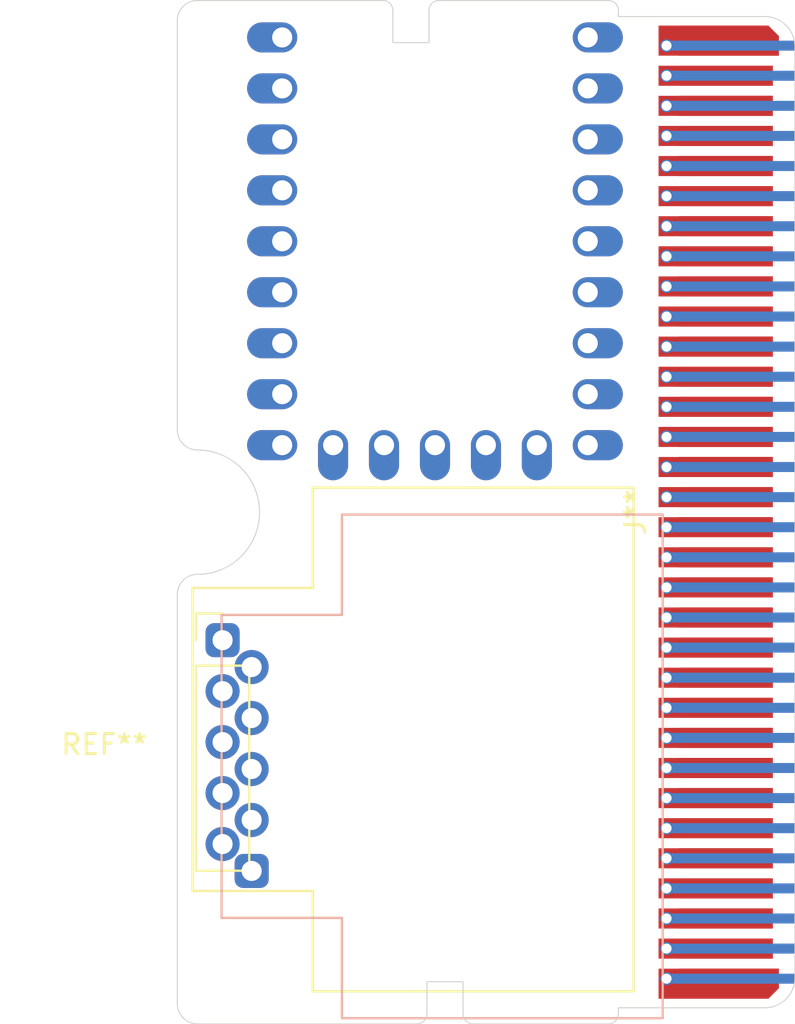
<source format=kicad_pcb>
(kicad_pcb (version 20240108) (generator "pcbnew") (generator_version "8.0")
  (layers (0 "F.Cu" signal) (31 "B.Cu" signal) (34 "B.Paste" user) (35 "F.Paste" user) (36 "B.SilkS" user "B.Silkscreen") (37 "F.SilkS" user "F.Silkscreen") (38 "B.Mask" user) (39 "F.Mask" user) (44 "Edge.Cuts" user))
  (net 0 "")
  (footprint "Kicad-Footprints:pimoroni_trackball_reversible" (layer "F.Cu") (at 169.9075 95.88)
    (property "Reference" "REF**" (at -5.9 5.2 0) (layer "F.SilkS"))
    (property "Value" "pimoroni_trackball_reversible")
    (fp_line (start -0.05 -1.26) (end -0.05 13.84) (stroke (width 0.12)) (layer "B.SilkS"))
    (fp_line (start -0.05 -1.26) (end 5.95 -1.26) (stroke (width 0.12)) (layer "B.SilkS"))
    (fp_line (start -0.05 13.84) (end 5.95 13.84) (stroke (width 0.12)) (layer "B.SilkS"))
    (fp_line (start 5.95 -6.26) (end 21.95 -6.26) (stroke (width 0.12)) (layer "B.SilkS"))
    (fp_line (start 5.95 -1.26) (end 5.95 -6.26) (stroke (width 0.12)) (layer "B.SilkS"))
    (fp_line (start 5.95 13.84) (end 5.95 18.84) (stroke (width 0.12)) (layer "B.SilkS"))
    (fp_line (start 5.95 18.84) (end 21.95 18.84) (stroke (width 0.12)) (layer "B.SilkS"))
    (fp_line (start 21.95 18.84) (end 21.95 -6.26) (stroke (width 0.12)) (layer "B.SilkS"))
    (fp_line (start -1.5 -2.6) (end -1.5 12.5) (stroke (width 0.12)) (layer "F.SilkS"))
    (fp_line (start -1.5 -2.6) (end 4.5 -2.6) (stroke (width 0.12)) (layer "F.SilkS"))
    (fp_line (start -1.5 12.5) (end 4.5 12.5) (stroke (width 0.12)) (layer "F.SilkS"))
    (fp_line (start -1.33 -1.33) (end 0 -1.33) (stroke (width 0.12)) (layer "F.SilkS"))
    (fp_line (start -1.33 0) (end -1.33 -1.33) (stroke (width 0.12)) (layer "F.SilkS"))
    (fp_line (start -1.33 1.27) (end -1.33 11.49) (stroke (width 0.12)) (layer "F.SilkS"))
    (fp_line (start -1.33 1.27) (end 1.33 1.27) (stroke (width 0.12)) (layer "F.SilkS"))
    (fp_line (start -1.33 11.49) (end 1.33 11.49) (stroke (width 0.12)) (layer "F.SilkS"))
    (fp_line (start 1.33 1.27) (end 1.33 11.49) (stroke (width 0.12)) (layer "F.SilkS"))
    (fp_line (start 4.5 -7.6) (end 20.5 -7.6) (stroke (width 0.12)) (layer "F.SilkS"))
    (fp_line (start 4.5 -2.6) (end 4.5 -7.6) (stroke (width 0.12)) (layer "F.SilkS"))
    (fp_line (start 4.5 12.5) (end 4.5 17.5) (stroke (width 0.12)) (layer "F.SilkS"))
    (fp_line (start 4.5 17.5) (end 20.5 17.5) (stroke (width 0.12)) (layer "F.SilkS"))
    (fp_line (start 20.5 17.5) (end 20.5 -7.6) (stroke (width 0.12)) (layer "F.SilkS"))
    (pad "1" thru_hole roundrect (at 0 0) (size 1.7 1.7) (drill 1) (layers "*.Cu" "*.Mask"))
    (pad "1" thru_hole roundrect (at 1.45 11.5) (size 1.7 1.7) (drill 1) (layers "*.Cu" "*.Mask"))
    (pad "2" thru_hole oval (at 0 2.54) (size 1.7 1.7) (drill 1) (layers "*.Cu" "*.Mask"))
    (pad "2" thru_hole oval (at 1.45 8.96) (size 1.7 1.7) (drill 1) (layers "*.Cu" "*.Mask"))
    (pad "3" thru_hole oval (at 0 5.08) (size 1.7 1.7) (drill 1) (layers "*.Cu" "*.Mask"))
    (pad "3" thru_hole oval (at 1.45 6.42) (size 1.7 1.7) (drill 1) (layers "*.Cu" "*.Mask"))
    (pad "4" thru_hole oval (at 0 7.62) (size 1.7 1.7) (drill 1) (layers "*.Cu" "*.Mask"))
    (pad "4" thru_hole oval (at 1.45 3.88) (size 1.7 1.7) (drill 1) (layers "*.Cu" "*.Mask"))
    (pad "5" thru_hole oval (at 0 10.16) (size 1.7 1.7) (drill 1) (layers "*.Cu" "*.Mask"))
    (pad "5" thru_hole oval (at 1.45 1.34) (size 1.7 1.7) (drill 1) (layers "*.Cu" "*.Mask"))
  )
  (footprint "ScottoKeebs_MCU:RP2040_Zero" (layer "F.Cu") (at 180.5 76)
    (property "Reference" "U?" (hide yes))
    (property "Value" "RP2040_Zero" (hide yes))
    (pad "1" thru_hole oval (at 7.62 -10.16 180) (size 2.5 1.5) (drill 1 (offset -0.5 0)) (layers "*.Cu" "*.Mask"))
    (pad "2" thru_hole oval (at 7.62 -7.62 180) (size 2.5 1.5) (drill 1 (offset -0.5 0)) (layers "*.Cu" "*.Mask"))
    (pad "3" thru_hole oval (at 7.62 -5.08 180) (size 2.5 1.5) (drill 1 (offset -0.5 0)) (layers "*.Cu" "*.Mask"))
    (pad "4" thru_hole oval (at 7.62 -2.54 180) (size 2.5 1.5) (drill 1 (offset -0.5 0)) (layers "*.Cu" "*.Mask"))
    (pad "5" thru_hole oval (at 7.62 0 180) (size 2.5 1.5) (drill 1 (offset -0.5 0)) (layers "*.Cu" "*.Mask"))
    (pad "6" thru_hole oval (at 7.62 2.54 180) (size 2.5 1.5) (drill 1 (offset -0.5 0)) (layers "*.Cu" "*.Mask"))
    (pad "7" thru_hole oval (at 7.62 5.08 180) (size 2.5 1.5) (drill 1 (offset -0.5 0)) (layers "*.Cu" "*.Mask"))
    (pad "8" thru_hole oval (at 7.62 7.62 180) (size 2.5 1.5) (drill 1 (offset -0.5 0)) (layers "*.Cu" "*.Mask"))
    (pad "9" thru_hole oval (at 7.62 10.16 180) (size 2.5 1.5) (drill 1 (offset -0.5 0)) (layers "*.Cu" "*.Mask"))
    (pad "10" thru_hole oval (at 5.08 10.16 90) (size 2.5 1.5) (drill 1 (offset -0.5 0)) (layers "*.Cu" "*.Mask"))
    (pad "11" thru_hole oval (at 2.54 10.16 90) (size 2.5 1.5) (drill 1 (offset -0.5 0)) (layers "*.Cu" "*.Mask"))
    (pad "12" thru_hole oval (at 0 10.16 90) (size 2.5 1.5) (drill 1 (offset -0.5 0)) (layers "*.Cu" "*.Mask"))
    (pad "13" thru_hole oval (at -2.54 10.16 90) (size 2.5 1.5) (drill 1 (offset -0.5 0)) (layers "*.Cu" "*.Mask"))
    (pad "14" thru_hole oval (at -5.08 10.16 90) (size 2.5 1.5) (drill 1 (offset -0.5 0)) (layers "*.Cu" "*.Mask"))
    (pad "15" thru_hole oval (at -7.62 10.16) (size 2.5 1.5) (drill 1 (offset -0.5 0)) (layers "*.Cu" "*.Mask"))
    (pad "16" thru_hole oval (at -7.62 7.62) (size 2.5 1.5) (drill 1 (offset -0.5 0)) (layers "*.Cu" "*.Mask"))
    (pad "17" thru_hole oval (at -7.62 5.08) (size 2.5 1.5) (drill 1 (offset -0.5 0)) (layers "*.Cu" "*.Mask"))
    (pad "18" thru_hole oval (at -7.62 2.54) (size 2.5 1.5) (drill 1 (offset -0.5 0)) (layers "*.Cu" "*.Mask"))
    (pad "19" thru_hole oval (at -7.62 0) (size 2.5 1.5) (drill 1 (offset -0.5 0)) (layers "*.Cu" "*.Mask"))
    (pad "20" thru_hole oval (at -7.62 -2.54) (size 2.5 1.5) (drill 1 (offset -0.5 0)) (layers "*.Cu" "*.Mask"))
    (pad "21" thru_hole oval (at -7.62 -5.08) (size 2.5 1.5) (drill 1 (offset -0.5 0)) (layers "*.Cu" "*.Mask"))
    (pad "22" thru_hole oval (at -7.62 -7.62) (size 2.5 1.5) (drill 1 (offset -0.5 0)) (layers "*.Cu" "*.Mask"))
    (pad "23" thru_hole oval (at -7.62 -10.16) (size 2.5 1.5) (drill 1 (offset -0.5 0)) (layers "*.Cu" "*.Mask"))
  )
  (footprint "HDR_Gameboy_Cartridges:AGB_Cartridge" (layer "F.Cu") (at 194.5 89.5 90)
    (property "Reference" "J**" (at 0 -4 90) (layer "F.SilkS"))
    (property "Value" "CartBus")
    (fp_line (start 4.1 -26.8504) (end 24.5 -26.8504) (stroke (width 0.05)) (layer "Edge.Cuts"))
    (fp_line (start -24.5 -26.8504) (end -4.1 -26.8504) (stroke (width 0.05)) (layer "Edge.Cuts"))
    (fp_line (start 25.5 -16.6004) (end 25.5 -25.8504) (stroke (width 0.05)) (layer "Edge.Cuts"))
    (fp_line (start 23.4 -16.1004) (end 25 -16.1004) (stroke (width 0.05)) (layer "Edge.Cuts"))
    (fp_line (start -25.5 -14.9004) (end -25.5 -25.8504) (stroke (width 0.05)) (layer "Edge.Cuts"))
    (fp_line (start -23.4 -14.4004) (end -25 -14.4004) (stroke (width 0.05)) (layer "Edge.Cuts"))
    (fp_line (start -23.4 -14.4004) (end -23.4 -12.6004) (stroke (width 0.05)) (layer "Edge.Cuts"))
    (fp_line (start 23.4 -14.3004) (end 23.4 -16.1004) (stroke (width 0.05)) (layer "Edge.Cuts"))
    (fp_line (start 23.4 -14.3004) (end 25 -14.3004) (stroke (width 0.05)) (layer "Edge.Cuts"))
    (fp_line (start -23.4 -12.6004) (end -25 -12.6004) (stroke (width 0.05)) (layer "Edge.Cuts"))
    (fp_line (start 25.5 -5.3504) (end 25.5 -13.8004) (stroke (width 0.05)) (layer "Edge.Cuts"))
    (fp_line (start -25.5 -5.3504) (end -25.5 -12.1004) (stroke (width 0.05)) (layer "Edge.Cuts"))
    (fp_line (start 25 -4.8504) (end 24.7 -4.8504) (stroke (width 0.05)) (layer "Edge.Cuts"))
    (fp_line (start -24.7 -4.8504) (end -25 -4.8504) (stroke (width 0.05)) (layer "Edge.Cuts"))
    (fp_line (start 24.7 2.4496) (end 24.7 -4.8504) (stroke (width 0.05)) (layer "Edge.Cuts"))
    (fp_line (start -24.7 2.4496) (end -24.7 -4.8504) (stroke (width 0.05)) (layer "Edge.Cuts"))
    (fp_line (start -23.2 3.9496) (end 23.2 3.9496) (stroke (width 0.05)) (layer "Edge.Cuts"))
    (fp_arc (start 24.5 -26.8504) (mid 25.207107 -26.557507) (end 25.5 -25.8504) (stroke (width 0.05)) (layer "Edge.Cuts"))
    (fp_arc (start -4.1 -26.8504) (mid -3.392875 -26.557525) (end -3.1 -25.8504) (stroke (width 0.05)) (layer "Edge.Cuts"))
    (fp_arc (start 3.1 -25.8504) (mid 3.392908 -26.557492) (end 4.1 -26.8504) (stroke (width 0.05)) (layer "Edge.Cuts"))
    (fp_arc (start 3.1 -25.8504) (mid 0 -22.7504) (end -3.1 -25.8504) (stroke (width 0.05)) (layer "Edge.Cuts"))
    (fp_arc (start -25.5 -25.8504) (mid -25.207091 -26.557491) (end -24.5 -26.8504) (stroke (width 0.05)) (layer "Edge.Cuts"))
    (fp_arc (start 25.5 -16.6004) (mid 25.353641 -16.246759) (end 25 -16.1004) (stroke (width 0.05)) (layer "Edge.Cuts"))
    (fp_arc (start -25 -14.4004) (mid -25.353535 -14.546865) (end -25.5 -14.9004) (stroke (width 0.05)) (layer "Edge.Cuts"))
    (fp_arc (start 25 -14.3004) (mid 25.353553 -14.153953) (end 25.5 -13.8004) (stroke (width 0.05)) (layer "Edge.Cuts"))
    (fp_arc (start -25.5 -12.1004) (mid -25.353538 -12.453938) (end -25 -12.6004) (stroke (width 0.05)) (layer "Edge.Cuts"))
    (fp_arc (start 25.5 -5.3504) (mid 25.353641 -4.996759) (end 25 -4.8504) (stroke (width 0.05)) (layer "Edge.Cuts"))
    (fp_arc (start -25 -4.8504) (mid -25.353535 -4.996865) (end -25.5 -5.3504) (stroke (width 0.05)) (layer "Edge.Cuts"))
    (fp_arc (start 24.7 2.4496) (mid 24.260675 3.510275) (end 23.2 3.9496) (stroke (width 0.05)) (layer "Edge.Cuts"))
    (fp_arc (start -23.2 3.9496) (mid -24.260642 3.510242) (end -24.7 2.4496) (stroke (width 0.05)) (layer "Edge.Cuts"))
    (pad "1" smd roundrect (at -23.5 0.15 90) (size 1.5 6) (layers "F.Cu" "F.Paste") (roundrect_rratio 0) (chamfer_ratio 0.35) (chamfer bottom_left))
    (pad "1" smd roundrect (at -23.5 0.65 90) (size 1.5 5) (layers "F.Cu" "F.Mask") (roundrect_rratio 0) (chamfer_ratio 0.35) (chamfer bottom_left))
    (pad "1" thru_hole circle (at -23.25 -2.45 270) (size 0.55 0.55) (drill 0.5) (layers "*.Cu" "*.Mask"))
    (pad "1" smd circle (at -23.25 -2.45 90) (size 0.64 0.64) (layers "B.Cu" "B.Paste"))
    (pad "1" smd rect (at -23.25 0.7548 90) (size 0.5 6.3996) (layers "B.Cu" "B.Paste"))
    (pad "1" smd rect (at -21.75 0.5 270) (size 1 4.7) (layers "F.Cu" "F.Mask"))
    (pad "2" thru_hole circle (at -21.75 -2.45 270) (size 0.55 0.55) (drill 0.5) (layers "*.Cu" "*.Mask"))
    (pad "2" smd circle (at -21.75 -2.45 90) (size 0.64 0.64) (layers "B.Cu" "B.Paste"))
    (pad "2" smd rect (at -21.75 0 270) (size 1 5.7) (layers "F.Cu" "F.Paste"))
    (pad "2" smd rect (at -21.75 0.7548 90) (size 0.5 6.3996) (layers "B.Cu" "B.Paste"))
    (pad "3" thru_hole circle (at -20.25 -2.45 270) (size 0.55 0.55) (drill 0.5) (layers "*.Cu" "*.Mask"))
    (pad "3" smd circle (at -20.25 -2.45 90) (size 0.64 0.64) (layers "B.Cu" "B.Paste"))
    (pad "3" smd rect (at -20.25 0 270) (size 1 5.7) (layers "F.Cu" "F.Paste"))
    (pad "3" smd rect (at -20.25 0.5 270) (size 1 4.7) (layers "F.Cu" "F.Mask"))
    (pad "3" smd rect (at -20.25 0.7548 90) (size 0.5 6.3996) (layers "B.Cu" "B.Paste"))
    (pad "4" thru_hole circle (at -18.75 -2.45 270) (size 0.55 0.55) (drill 0.5) (layers "*.Cu" "*.Mask"))
    (pad "4" smd circle (at -18.75 -2.45 90) (size 0.64 0.64) (layers "B.Cu" "B.Paste"))
    (pad "4" smd rect (at -18.75 0 270) (size 1 5.7) (layers "F.Cu" "F.Paste"))
    (pad "4" smd rect (at -18.75 0.5 270) (size 1 4.7) (layers "F.Cu" "F.Mask"))
    (pad "4" smd rect (at -18.75 0.7548 90) (size 0.5 6.3996) (layers "B.Cu" "B.Paste"))
    (pad "5" thru_hole circle (at -17.25 -2.45 270) (size 0.55 0.55) (drill 0.5) (layers "*.Cu" "*.Mask"))
    (pad "5" smd circle (at -17.25 -2.45 90) (size 0.64 0.64) (layers "B.Cu" "B.Paste"))
    (pad "5" smd rect (at -17.25 0 270) (size 1 5.7) (layers "F.Cu" "F.Paste"))
    (pad "5" smd rect (at -17.25 0.5 270) (size 1 4.7) (layers "F.Cu" "F.Mask"))
    (pad "5" smd rect (at -17.25 0.7548 90) (size 0.5 6.3996) (layers "B.Cu" "B.Paste"))
    (pad "6" thru_hole circle (at -15.75 -2.45 270) (size 0.55 0.55) (drill 0.5) (layers "*.Cu" "*.Mask"))
    (pad "6" smd circle (at -15.75 -2.45 90) (size 0.64 0.64) (layers "B.Cu" "B.Paste"))
    (pad "6" smd rect (at -15.75 0 270) (size 1 5.7) (layers "F.Cu" "F.Paste"))
    (pad "6" smd rect (at -15.75 0.5 270) (size 1 4.7) (layers "F.Cu" "F.Mask"))
    (pad "6" smd rect (at -15.75 0.7548 90) (size 0.5 6.3996) (layers "B.Cu" "B.Paste"))
    (pad "7" thru_hole circle (at -14.25 -2.45 270) (size 0.55 0.55) (drill 0.5) (layers "*.Cu" "*.Mask"))
    (pad "7" smd circle (at -14.25 -2.45 90) (size 0.64 0.64) (layers "B.Cu" "B.Paste"))
    (pad "7" smd rect (at -14.25 0 270) (size 1 5.7) (layers "F.Cu" "F.Paste"))
    (pad "7" smd rect (at -14.25 0.5 270) (size 1 4.7) (layers "F.Cu" "F.Mask"))
    (pad "7" smd rect (at -14.25 0.7548 90) (size 0.5 6.3996) (layers "B.Cu" "B.Paste"))
    (pad "8" thru_hole circle (at -12.75 -2.45 270) (size 0.55 0.55) (drill 0.5) (layers "*.Cu" "*.Mask"))
    (pad "8" smd circle (at -12.75 -2.45 90) (size 0.64 0.64) (layers "B.Cu" "B.Paste"))
    (pad "8" smd rect (at -12.75 0 270) (size 1 5.7) (layers "F.Cu" "F.Paste"))
    (pad "8" smd rect (at -12.75 0.5 270) (size 1 4.7) (layers "F.Cu" "F.Mask"))
    (pad "8" smd rect (at -12.75 0.7548 90) (size 0.5 6.3996) (layers "B.Cu" "B.Paste"))
    (pad "9" thru_hole circle (at -11.25 -2.45 270) (size 0.55 0.55) (drill 0.5) (layers "*.Cu" "*.Mask"))
    (pad "9" smd circle (at -11.25 -2.45 90) (size 0.64 0.64) (layers "B.Cu" "B.Paste"))
    (pad "9" smd rect (at -11.25 0 270) (size 1 5.7) (layers "F.Cu" "F.Paste"))
    (pad "9" smd rect (at -11.25 0.5 270) (size 1 4.7) (layers "F.Cu" "F.Mask"))
    (pad "9" smd rect (at -11.25 0.7548 90) (size 0.5 6.3996) (layers "B.Cu" "B.Paste"))
    (pad "10" thru_hole circle (at -9.75 -2.45 270) (size 0.55 0.55) (drill 0.5) (layers "*.Cu" "*.Mask"))
    (pad "10" smd circle (at -9.75 -2.45 90) (size 0.64 0.64) (layers "B.Cu" "B.Paste"))
    (pad "10" smd rect (at -9.75 0 270) (size 1 5.7) (layers "F.Cu" "F.Paste"))
    (pad "10" smd rect (at -9.75 0.5 270) (size 1 4.7) (layers "F.Cu" "F.Mask"))
    (pad "10" smd rect (at -9.75 0.7548 90) (size 0.5 6.3996) (layers "B.Cu" "B.Paste"))
    (pad "11" thru_hole circle (at -8.25 -2.45 270) (size 0.55 0.55) (drill 0.5) (layers "*.Cu" "*.Mask"))
    (pad "11" smd circle (at -8.25 -2.45 90) (size 0.64 0.64) (layers "B.Cu" "B.Paste"))
    (pad "11" smd rect (at -8.25 0 270) (size 1 5.7) (layers "F.Cu" "F.Paste"))
    (pad "11" smd rect (at -8.25 0.5 270) (size 1 4.7) (layers "F.Cu" "F.Mask"))
    (pad "11" smd rect (at -8.25 0.7548 90) (size 0.5 6.3996) (layers "B.Cu" "B.Paste"))
    (pad "12" thru_hole circle (at -6.75 -2.45 270) (size 0.55 0.55) (drill 0.5) (layers "*.Cu" "*.Mask"))
    (pad "12" smd circle (at -6.75 -2.45 90) (size 0.64 0.64) (layers "B.Cu" "B.Paste"))
    (pad "12" smd rect (at -6.75 0 270) (size 1 5.7) (layers "F.Cu" "F.Paste"))
    (pad "12" smd rect (at -6.75 0.5 270) (size 1 4.7) (layers "F.Cu" "F.Mask"))
    (pad "12" smd rect (at -6.75 0.7548 90) (size 0.5 6.3996) (layers "B.Cu" "B.Paste"))
    (pad "13" thru_hole circle (at -5.25 -2.45 270) (size 0.55 0.55) (drill 0.5) (layers "*.Cu" "*.Mask"))
    (pad "13" smd circle (at -5.25 -2.45 90) (size 0.64 0.64) (layers "B.Cu" "B.Paste"))
    (pad "13" smd rect (at -5.25 0 270) (size 1 5.7) (layers "F.Cu" "F.Paste"))
    (pad "13" smd rect (at -5.25 0.5 270) (size 1 4.7) (layers "F.Cu" "F.Mask"))
    (pad "13" smd rect (at -5.25 0.7548 90) (size 0.5 6.3996) (layers "B.Cu" "B.Paste"))
    (pad "14" thru_hole circle (at -3.75 -2.45 270) (size 0.55 0.55) (drill 0.5) (layers "*.Cu" "*.Mask"))
    (pad "14" smd circle (at -3.75 -2.45 90) (size 0.64 0.64) (layers "B.Cu" "B.Paste"))
    (pad "14" smd rect (at -3.75 0 270) (size 1 5.7) (layers "F.Cu" "F.Paste"))
    (pad "14" smd rect (at -3.75 0.5 270) (size 1 4.7) (layers "F.Cu" "F.Mask"))
    (pad "14" smd rect (at -3.75 0.7548 90) (size 0.5 6.3996) (layers "B.Cu" "B.Paste"))
    (pad "15" thru_hole circle (at -2.25 -2.45 270) (size 0.55 0.55) (drill 0.5) (layers "*.Cu" "*.Mask"))
    (pad "15" smd circle (at -2.25 -2.45 90) (size 0.64 0.64) (layers "B.Cu" "B.Paste"))
    (pad "15" smd rect (at -2.25 0 270) (size 1 5.7) (layers "F.Cu" "F.Paste"))
    (pad "15" smd rect (at -2.25 0.5 270) (size 1 4.7) (layers "F.Cu" "F.Mask"))
    (pad "15" smd rect (at -2.25 0.7548 90) (size 0.5 6.3996) (layers "B.Cu" "B.Paste"))
    (pad "16" thru_hole circle (at -0.75 -2.45 270) (size 0.55 0.55) (drill 0.5) (layers "*.Cu" "*.Mask"))
    (pad "16" smd circle (at -0.75 -2.45 90) (size 0.64 0.64) (layers "B.Cu" "B.Paste"))
    (pad "16" smd rect (at -0.75 0 90) (size 1 5.7) (layers "F.Cu" "F.Paste"))
    (pad "16" smd rect (at -0.75 0.5 90) (size 1 4.7) (layers "F.Cu" "F.Mask"))
    (pad "16" smd rect (at -0.75 0.7548 90) (size 0.5 6.3996) (layers "B.Cu" "B.Paste"))
    (pad "17" thru_hole circle (at 0.75 -2.45 270) (size 0.55 0.55) (drill 0.5) (layers "*.Cu" "*.Mask"))
    (pad "17" smd circle (at 0.75 -2.45 90) (size 0.64 0.64) (layers "B.Cu" "B.Paste"))
    (pad "17" smd rect (at 0.75 0 270) (size 1 5.7) (layers "F.Cu" "F.Paste"))
    (pad "17" smd rect (at 0.75 0.5 270) (size 1 4.7) (layers "F.Cu" "F.Mask"))
    (pad "17" smd rect (at 0.75 0.7548 90) (size 0.5 6.3996) (layers "B.Cu" "B.Paste"))
    (pad "18" thru_hole circle (at 2.25 -2.45 270) (size 0.55 0.55) (drill 0.5) (layers "*.Cu" "*.Mask"))
    (pad "18" smd circle (at 2.25 -2.45 90) (size 0.64 0.64) (layers "B.Cu" "B.Paste"))
    (pad "18" smd rect (at 2.25 0 270) (size 1 5.7) (layers "F.Cu" "F.Paste"))
    (pad "18" smd rect (at 2.25 0.5 270) (size 1 4.7) (layers "F.Cu" "F.Mask"))
    (pad "18" smd rect (at 2.25 0.7548 90) (size 0.5 6.3996) (layers "B.Cu" "B.Paste"))
    (pad "19" thru_hole circle (at 3.75 -2.45 270) (size 0.55 0.55) (drill 0.5) (layers "*.Cu" "*.Mask"))
    (pad "19" smd circle (at 3.75 -2.45 90) (size 0.64 0.64) (layers "B.Cu" "B.Paste"))
    (pad "19" smd rect (at 3.75 0 270) (size 1 5.7) (layers "F.Cu" "F.Paste"))
    (pad "19" smd rect (at 3.75 0.5 270) (size 1 4.7) (layers "F.Cu" "F.Mask"))
    (pad "19" smd rect (at 3.75 0.7548 90) (size 0.5 6.3996) (layers "B.Cu" "B.Paste"))
    (pad "20" thru_hole circle (at 5.25 -2.45 270) (size 0.55 0.55) (drill 0.5) (layers "*.Cu" "*.Mask"))
    (pad "20" smd circle (at 5.25 -2.45 90) (size 0.64 0.64) (layers "B.Cu" "B.Paste"))
    (pad "20" smd rect (at 5.25 0 270) (size 1 5.7) (layers "F.Cu" "F.Paste"))
    (pad "20" smd rect (at 5.25 0.5 270) (size 1 4.7) (layers "F.Cu" "F.Mask"))
    (pad "20" smd rect (at 5.25 0.7548 90) (size 0.5 6.3996) (layers "B.Cu" "B.Paste"))
    (pad "21" thru_hole circle (at 6.75 -2.45 270) (size 0.55 0.55) (drill 0.5) (layers "*.Cu" "*.Mask"))
    (pad "21" smd circle (at 6.75 -2.45 90) (size 0.64 0.64) (layers "B.Cu" "B.Paste"))
    (pad "21" smd rect (at 6.75 0 270) (size 1 5.7) (layers "F.Cu" "F.Paste"))
    (pad "21" smd rect (at 6.75 0.5 270) (size 1 4.7) (layers "F.Cu" "F.Mask"))
    (pad "21" smd rect (at 6.75 0.7548 90) (size 0.5 6.3996) (layers "B.Cu" "B.Paste"))
    (pad "22" thru_hole circle (at 8.25 -2.45 270) (size 0.55 0.55) (drill 0.5) (layers "*.Cu" "*.Mask"))
    (pad "22" smd circle (at 8.25 -2.45 90) (size 0.64 0.64) (layers "B.Cu" "B.Paste"))
    (pad "22" smd rect (at 8.25 0 270) (size 1 5.7) (layers "F.Cu" "F.Paste"))
    (pad "22" smd rect (at 8.25 0.5 270) (size 1 4.7) (layers "F.Cu" "F.Mask"))
    (pad "22" smd rect (at 8.25 0.7548 90) (size 0.5 6.3996) (layers "B.Cu" "B.Paste"))
    (pad "23" thru_hole circle (at 9.75 -2.45 270) (size 0.55 0.55) (drill 0.5) (layers "*.Cu" "*.Mask"))
    (pad "23" smd circle (at 9.75 -2.45 90) (size 0.64 0.64) (layers "B.Cu" "B.Paste"))
    (pad "23" smd rect (at 9.75 0 270) (size 1 5.7) (layers "F.Cu" "F.Paste"))
    (pad "23" smd rect (at 9.75 0.5 270) (size 1 4.7) (layers "F.Cu" "F.Mask"))
    (pad "23" smd rect (at 9.75 0.7548 90) (size 0.5 6.3996) (layers "B.Cu" "B.Paste"))
    (pad "24" thru_hole circle (at 11.25 -2.45 270) (size 0.55 0.55) (drill 0.5) (layers "*.Cu" "*.Mask"))
    (pad "24" smd circle (at 11.25 -2.45 90) (size 0.64 0.64) (layers "B.Cu" "B.Paste"))
    (pad "24" smd rect (at 11.25 0 270) (size 1 5.7) (layers "F.Cu" "F.Paste"))
    (pad "24" smd rect (at 11.25 0.5 270) (size 1 4.7) (layers "F.Cu" "F.Mask"))
    (pad "24" smd rect (at 11.25 0.7548 90) (size 0.5 6.3996) (layers "B.Cu" "B.Paste"))
    (pad "25" thru_hole circle (at 12.75 -2.45 270) (size 0.55 0.55) (drill 0.5) (layers "*.Cu" "*.Mask"))
    (pad "25" smd circle (at 12.75 -2.45 90) (size 0.64 0.64) (layers "B.Cu" "B.Paste"))
    (pad "25" smd rect (at 12.75 0 270) (size 1 5.7) (layers "F.Cu" "F.Paste"))
    (pad "25" smd rect (at 12.75 0.5 270) (size 1 4.7) (layers "F.Cu" "F.Mask"))
    (pad "25" smd rect (at 12.75 0.7548 90) (size 0.5 6.3996) (layers "B.Cu" "B.Paste"))
    (pad "26" thru_hole circle (at 14.25 -2.45 270) (size 0.55 0.55) (drill 0.5) (layers "*.Cu" "*.Mask"))
    (pad "26" smd circle (at 14.25 -2.45 90) (size 0.64 0.64) (layers "B.Cu" "B.Paste"))
    (pad "26" smd rect (at 14.25 0 270) (size 1 5.7) (layers "F.Cu" "F.Paste"))
    (pad "26" smd rect (at 14.25 0.5 270) (size 1 4.7) (layers "F.Cu" "F.Mask"))
    (pad "26" smd rect (at 14.25 0.7548 90) (size 0.5 6.3996) (layers "B.Cu" "B.Paste"))
    (pad "27" thru_hole circle (at 15.75 -2.45 270) (size 0.55 0.55) (drill 0.5) (layers "*.Cu" "*.Mask"))
    (pad "27" smd circle (at 15.75 -2.45 90) (size 0.64 0.64) (layers "B.Cu" "B.Paste"))
    (pad "27" smd rect (at 15.75 0 270) (size 1 5.7) (layers "F.Cu" "F.Paste"))
    (pad "27" smd rect (at 15.75 0.5 270) (size 1 4.7) (layers "F.Cu" "F.Mask"))
    (pad "27" smd rect (at 15.75 0.7548 90) (size 0.5 6.3996) (layers "B.Cu" "B.Paste"))
    (pad "28" thru_hole circle (at 17.25 -2.45 270) (size 0.55 0.55) (drill 0.5) (layers "*.Cu" "*.Mask"))
    (pad "28" smd circle (at 17.25 -2.45 90) (size 0.64 0.64) (layers "B.Cu" "B.Paste"))
    (pad "28" smd rect (at 17.25 0 270) (size 1 5.7) (layers "F.Cu" "F.Paste"))
    (pad "28" smd rect (at 17.25 0.5 270) (size 1 4.7) (layers "F.Cu" "F.Mask"))
    (pad "28" smd rect (at 17.25 0.7548 90) (size 0.5 6.3996) (layers "B.Cu" "B.Paste"))
    (pad "29" thru_hole circle (at 18.75 -2.45 270) (size 0.55 0.55) (drill 0.5) (layers "*.Cu" "*.Mask"))
    (pad "29" smd circle (at 18.75 -2.45 90) (size 0.64 0.64) (layers "B.Cu" "B.Paste"))
    (pad "29" smd rect (at 18.75 0 270) (size 1 5.7) (layers "F.Cu" "F.Paste"))
    (pad "29" smd rect (at 18.75 0.5 270) (size 1 4.7) (layers "F.Cu" "F.Mask"))
    (pad "29" smd rect (at 18.75 0.7548 90) (size 0.5 6.3996) (layers "B.Cu" "B.Paste"))
    (pad "30" thru_hole circle (at 20.25 -2.45 270) (size 0.55 0.55) (drill 0.5) (layers "*.Cu" "*.Mask"))
    (pad "30" smd circle (at 20.25 -2.45 90) (size 0.64 0.64) (layers "B.Cu" "B.Paste"))
    (pad "30" smd rect (at 20.25 0 270) (size 1 5.7) (layers "F.Cu" "F.Paste"))
    (pad "30" smd rect (at 20.25 0.5 270) (size 1 4.7) (layers "F.Cu" "F.Mask"))
    (pad "30" smd rect (at 20.25 0.7548 90) (size 0.5 6.3996) (layers "B.Cu" "B.Paste"))
    (pad "31" thru_hole circle (at 21.75 -2.45 270) (size 0.55 0.55) (drill 0.5) (layers "*.Cu" "*.Mask"))
    (pad "31" smd circle (at 21.75 -2.45 90) (size 0.64 0.64) (layers "B.Cu" "B.Paste"))
    (pad "31" smd rect (at 21.75 0 270) (size 1 5.7) (layers "F.Cu" "F.Paste"))
    (pad "31" smd rect (at 21.75 0.5 270) (size 1 4.7) (layers "F.Cu" "F.Mask"))
    (pad "31" smd rect (at 21.75 0.7548 90) (size 0.5 6.3996) (layers "B.Cu" "B.Paste"))
    (pad "32" thru_hole circle (at 23.25 -2.45 270) (size 0.55 0.55) (drill 0.5) (layers "*.Cu" "*.Mask"))
    (pad "32" smd circle (at 23.25 -2.45 90) (size 0.64 0.64) (layers "B.Cu" "B.Paste"))
    (pad "32" smd rect (at 23.25 0.7548 90) (size 0.5 6.3996) (layers "B.Cu" "B.Paste"))
    (pad "32" smd roundrect (at 23.5 0.15 90) (size 1.5 6) (layers "F.Cu" "F.Paste") (roundrect_rratio 0) (chamfer_ratio 0.35) (chamfer bottom_right))
    (pad "32" smd roundrect (at 23.5 0.65 90) (size 1.5 5) (layers "F.Cu" "F.Paste" "F.Mask") (roundrect_rratio 0) (chamfer_ratio 0.35) (chamfer bottom_right))
  )
)
</source>
